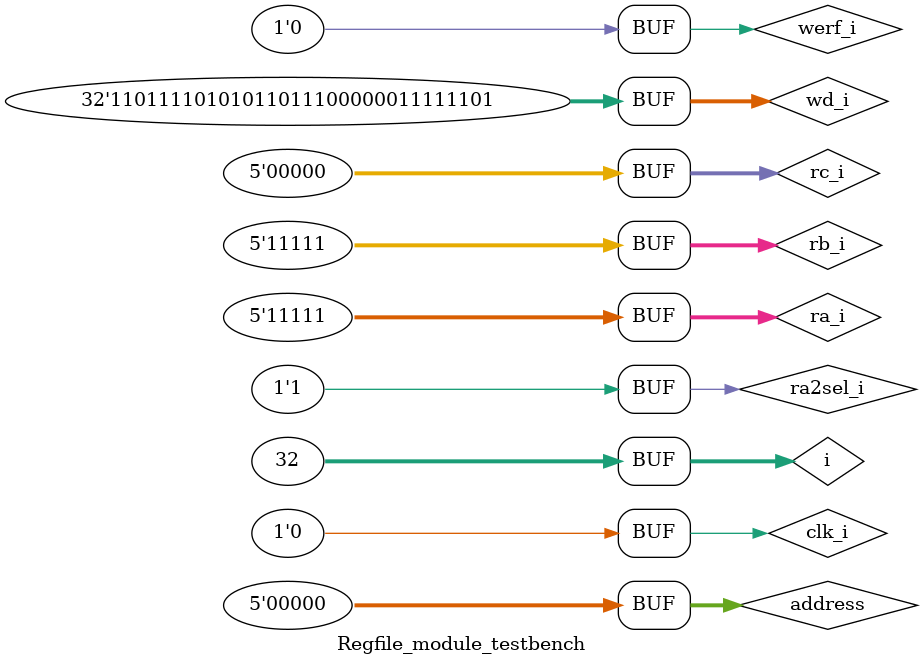
<source format=v>

`timescale 1ns / 1ps

module Regfile_module_testbench;

    reg clk_i;

    reg  [4 : 0]     ra_i;
    reg  [4 : 0]     rb_i;
    reg  [4 : 0]     rc_i;

    reg  werf_i;
    reg  ra2sel_i;

    reg  [31 : 0]    wd_i;

    wire [31 : 0]    rd1_o;
    wire [31 : 0]    rd2_o;

    RegfileModule reg_file_module_instance_0 (
        .clk_i(clk_i),
        .ra_i(ra_i),
        .rb_i(rb_i),
        .rc_i(rc_i),
        .werf_i(werf_i),
        .ra2sel_i(ra2sel_i),
        .wd_i(wd_i),
        .rd1_o(rd1_o),
        .rd2_o(rd2_o)
    );

    reg [4 : 0] address = 5'h00000;
    integer i = 0;

    initial begin
        clk_i = 0;

        for (i = 0; i < 32; i = i + 1) begin 
            ra_i = address;
            rb_i = address;
            rc_i = address + 5'h00001;
            ra2sel_i = 1'b0;
            werf_i = 1;
            wd_i = 32'hDEADC0DE + i[31 : 0];

            #5 clk_i = ~clk_i;
            #5 clk_i = ~clk_i;  
            address = address + 5'h00001;      
        end

        address = 5'h00000;
        i = 0;

        #100
        
        for (i = 0; i < 32; i = i + 1) begin 
            ra_i = address;
            rb_i = address;
            rc_i = address + 5'h00001;
            ra2sel_i = 1'b1;
            werf_i = 1;
            wd_i = 32'hDEADC0DE + i[31 : 0];

            #5 clk_i = ~clk_i;
            #5 clk_i = ~clk_i;  
            address = address + 5'h00001;      
        end

        #100
        
        for (i = 0; i < 32; i = i + 1) begin 
            ra_i = address;
            rb_i = address;
            rc_i = address + 5'h00001;
            ra2sel_i = 1'b1;
            werf_i = 0;
            wd_i = 32'hDEADC0DE + i[31 : 0];

            #5 clk_i = ~clk_i;
            #5 clk_i = ~clk_i;  
            address = address + 5'h00001;      
        end

    end

endmodule

</source>
